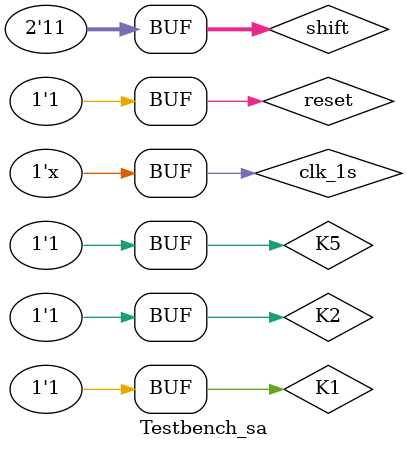
<source format=v>
`timescale 1ns / 1ps


module Testbench_sa();
     reg clk_1s; 
     reg reset; 
     reg K1; //K1,K2,K5,shift ÎªÄ£Ê½Ñ¡Ôñ
     reg K2;
     reg K5;
     reg[1:0] shift; 
     wire[3:0] AhH; //Ð¡Ê±¸ßÎ» 
     wire[3:0] AhL; //Ð¡Ê±µÍÎ» 
     wire[3:0] AmH; //·ÖÖÓ¸ßÎ» 
     wire[3:0] AmL; //·ÖÖÓµÍÎ» 
     
      SetAlarm test(
        .clk_1s(clk_1s),
        .reset(reset),
        .K1(K1),
        .K2(K2),
        .K5(K5),
        .shift(shift),
        .AhH(AhH),
        .AhL(AhL),
        .AmH(AmH),
        .AmL(AmL)
       );
       
     always #1 clk_1s = ~clk_1s;
     
     initial begin
       shift=2'b01;
       reset = 0; clk_1s= 1;
       K1 = 1;K2 = 1;K5 = 1;
       #40 reset = 1;
       #200 shift=2'b11;
     end
endmodule

</source>
